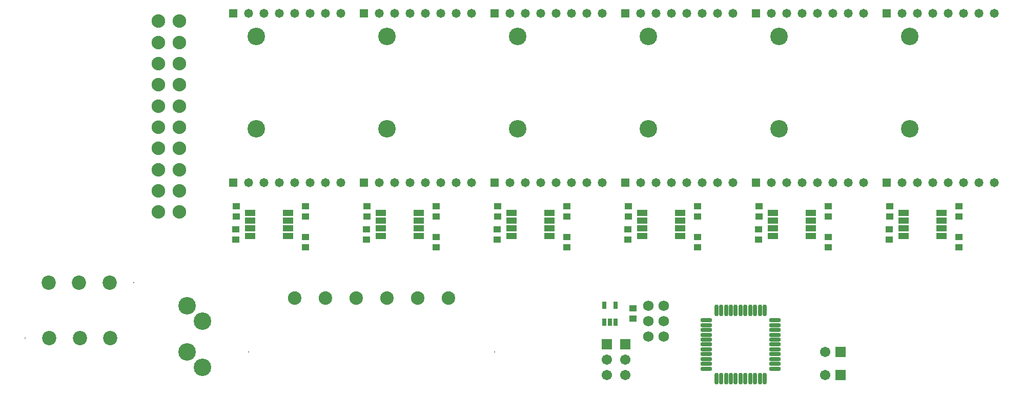
<source format=gts>
G04 Layer_Color=8388736*
%FSLAX24Y24*%
%MOIN*%
G70*
G01*
G75*
%ADD39R,0.0454X0.0395*%
%ADD40O,0.0297X0.0769*%
%ADD41O,0.0769X0.0297*%
%ADD42R,0.0671X0.0395*%
%ADD43R,0.0316X0.0513*%
%ADD44C,0.0680*%
%ADD45C,0.0671*%
%ADD46R,0.0671X0.0671*%
%ADD47R,0.0580X0.0580*%
%ADD48C,0.0580*%
%ADD49C,0.0879*%
%ADD50R,0.0671X0.0671*%
%ADD51C,0.1138*%
%ADD52C,0.0080*%
%ADD53C,0.0930*%
%ADD54C,0.0881*%
D39*
X40500Y4665D02*
D03*
Y5335D02*
D03*
X14700Y11315D02*
D03*
Y11985D02*
D03*
X23200Y11315D02*
D03*
Y11985D02*
D03*
X31700Y11315D02*
D03*
Y11985D02*
D03*
X40200Y11315D02*
D03*
Y11985D02*
D03*
X48700Y11315D02*
D03*
Y11985D02*
D03*
X57200Y11315D02*
D03*
Y11985D02*
D03*
X19200Y11985D02*
D03*
Y11315D02*
D03*
X27700Y11985D02*
D03*
Y11315D02*
D03*
X36200Y11985D02*
D03*
Y11315D02*
D03*
X44700Y11985D02*
D03*
Y11315D02*
D03*
X53200Y11985D02*
D03*
Y11315D02*
D03*
X61700Y11985D02*
D03*
Y11315D02*
D03*
X14677Y9815D02*
D03*
Y10485D02*
D03*
X23177Y9815D02*
D03*
Y10485D02*
D03*
X31677Y9815D02*
D03*
Y10485D02*
D03*
X40177Y9815D02*
D03*
Y10485D02*
D03*
X48677Y9815D02*
D03*
Y10485D02*
D03*
X57177Y9815D02*
D03*
Y10485D02*
D03*
X19200Y9315D02*
D03*
Y9985D02*
D03*
X27700Y9315D02*
D03*
Y9985D02*
D03*
X36200Y9315D02*
D03*
Y9985D02*
D03*
X44700Y9315D02*
D03*
Y9985D02*
D03*
X53200Y9315D02*
D03*
Y9985D02*
D03*
X61700Y9315D02*
D03*
Y9985D02*
D03*
D40*
X45925Y776D02*
D03*
X46240D02*
D03*
X46555D02*
D03*
X46870D02*
D03*
X47185D02*
D03*
X47500D02*
D03*
X47815D02*
D03*
X48130D02*
D03*
X48445D02*
D03*
X48760D02*
D03*
X49075D02*
D03*
Y5224D02*
D03*
X48760D02*
D03*
X48445D02*
D03*
X48130D02*
D03*
X47815D02*
D03*
X47500D02*
D03*
X47185D02*
D03*
X46870D02*
D03*
X46555D02*
D03*
X46240D02*
D03*
X45925D02*
D03*
D41*
X49724Y1425D02*
D03*
Y1740D02*
D03*
Y2055D02*
D03*
Y2370D02*
D03*
Y2685D02*
D03*
Y3000D02*
D03*
Y3315D02*
D03*
Y3630D02*
D03*
Y3945D02*
D03*
Y4260D02*
D03*
Y4575D02*
D03*
X45276D02*
D03*
Y4260D02*
D03*
Y3945D02*
D03*
Y3630D02*
D03*
Y3315D02*
D03*
Y3000D02*
D03*
Y2685D02*
D03*
Y2370D02*
D03*
Y2055D02*
D03*
Y1740D02*
D03*
Y1425D02*
D03*
D42*
X60561Y10050D02*
D03*
Y10550D02*
D03*
Y11050D02*
D03*
Y11550D02*
D03*
X58100Y10050D02*
D03*
Y10550D02*
D03*
Y11050D02*
D03*
Y11550D02*
D03*
X52061Y10050D02*
D03*
Y10550D02*
D03*
Y11050D02*
D03*
Y11550D02*
D03*
X49600Y10050D02*
D03*
Y10550D02*
D03*
Y11050D02*
D03*
Y11550D02*
D03*
X43561Y10050D02*
D03*
Y10550D02*
D03*
Y11050D02*
D03*
Y11550D02*
D03*
X41100Y10050D02*
D03*
Y10550D02*
D03*
Y11050D02*
D03*
Y11550D02*
D03*
X35061Y10050D02*
D03*
Y10550D02*
D03*
Y11050D02*
D03*
Y11550D02*
D03*
X32600Y10050D02*
D03*
Y10550D02*
D03*
Y11050D02*
D03*
Y11550D02*
D03*
X26561Y10050D02*
D03*
Y10550D02*
D03*
Y11050D02*
D03*
Y11550D02*
D03*
X24100Y10050D02*
D03*
Y10550D02*
D03*
Y11050D02*
D03*
Y11550D02*
D03*
X18061Y10050D02*
D03*
Y10550D02*
D03*
Y11050D02*
D03*
Y11550D02*
D03*
X15600Y10050D02*
D03*
Y10550D02*
D03*
Y11050D02*
D03*
Y11550D02*
D03*
D43*
X39374Y5551D02*
D03*
X38626D02*
D03*
Y4449D02*
D03*
X39000D02*
D03*
X39374D02*
D03*
D44*
X41500Y3500D02*
D03*
Y4500D02*
D03*
Y5500D02*
D03*
X42500Y3500D02*
D03*
Y4500D02*
D03*
Y5500D02*
D03*
D45*
X40000Y1000D02*
D03*
Y2000D02*
D03*
X38800Y1000D02*
D03*
Y2000D02*
D03*
X53000Y2500D02*
D03*
Y1000D02*
D03*
D46*
X40000Y3000D02*
D03*
X38800D02*
D03*
D47*
X48500Y13500D02*
D03*
Y24500D02*
D03*
X57000D02*
D03*
Y13500D02*
D03*
X40000D02*
D03*
Y24500D02*
D03*
X31500D02*
D03*
Y13500D02*
D03*
X23000D02*
D03*
Y24500D02*
D03*
X14500D02*
D03*
Y13500D02*
D03*
D48*
X49500D02*
D03*
X50500D02*
D03*
X51500D02*
D03*
X52500D02*
D03*
X53500D02*
D03*
X54500D02*
D03*
X55500D02*
D03*
X49500Y24500D02*
D03*
X50500D02*
D03*
X51500D02*
D03*
X52500D02*
D03*
X53500D02*
D03*
X54500D02*
D03*
X55500D02*
D03*
X64000D02*
D03*
X63000D02*
D03*
X62000D02*
D03*
X61000D02*
D03*
X60000D02*
D03*
X59000D02*
D03*
X58000D02*
D03*
X64000Y13500D02*
D03*
X63000D02*
D03*
X62000D02*
D03*
X61000D02*
D03*
X60000D02*
D03*
X59000D02*
D03*
X58000D02*
D03*
X41000D02*
D03*
X42000D02*
D03*
X43000D02*
D03*
X44000D02*
D03*
X45000D02*
D03*
X46000D02*
D03*
X47000D02*
D03*
X41000Y24500D02*
D03*
X42000D02*
D03*
X43000D02*
D03*
X44000D02*
D03*
X45000D02*
D03*
X46000D02*
D03*
X47000D02*
D03*
X38500D02*
D03*
X37500D02*
D03*
X36500D02*
D03*
X35500D02*
D03*
X34500D02*
D03*
X33500D02*
D03*
X32500D02*
D03*
X38500Y13500D02*
D03*
X37500D02*
D03*
X36500D02*
D03*
X35500D02*
D03*
X34500D02*
D03*
X33500D02*
D03*
X32500D02*
D03*
X24000D02*
D03*
X25000D02*
D03*
X26000D02*
D03*
X27000D02*
D03*
X28000D02*
D03*
X29000D02*
D03*
X30000D02*
D03*
X24000Y24500D02*
D03*
X25000D02*
D03*
X26000D02*
D03*
X27000D02*
D03*
X28000D02*
D03*
X29000D02*
D03*
X30000D02*
D03*
X21500D02*
D03*
X20500D02*
D03*
X19500D02*
D03*
X18500D02*
D03*
X17500D02*
D03*
X16500D02*
D03*
X15500D02*
D03*
X21500Y13500D02*
D03*
X20500D02*
D03*
X19500D02*
D03*
X18500D02*
D03*
X17500D02*
D03*
X16500D02*
D03*
X15500D02*
D03*
D49*
X28500Y6000D02*
D03*
X18500D02*
D03*
X20500D02*
D03*
X22500D02*
D03*
X24500D02*
D03*
X26500D02*
D03*
D50*
X54000Y2500D02*
D03*
Y1000D02*
D03*
D51*
X12500Y1500D02*
D03*
X11500Y2500D02*
D03*
X12500Y4500D02*
D03*
X11500Y5500D02*
D03*
X16000Y23000D02*
D03*
Y17000D02*
D03*
X24500Y23000D02*
D03*
Y17000D02*
D03*
X33000Y23000D02*
D03*
Y17000D02*
D03*
X41500Y23000D02*
D03*
Y17000D02*
D03*
X50000Y23000D02*
D03*
Y17000D02*
D03*
X58500Y23000D02*
D03*
Y17000D02*
D03*
D52*
X31500Y2500D02*
D03*
X15500D02*
D03*
X8040Y7000D02*
D03*
X960Y3400D02*
D03*
D53*
X6460Y7000D02*
D03*
X4480D02*
D03*
X2500D02*
D03*
X2540Y3400D02*
D03*
X4520D02*
D03*
X6500D02*
D03*
D54*
X9622Y11598D02*
D03*
X11000D02*
D03*
Y24000D02*
D03*
X9622D02*
D03*
X11000Y22622D02*
D03*
X9622D02*
D03*
X11000Y21244D02*
D03*
X9622D02*
D03*
X11000Y19866D02*
D03*
X9622D02*
D03*
X11000Y18488D02*
D03*
X9622D02*
D03*
X11000Y17110D02*
D03*
X9622D02*
D03*
X11000Y15732D02*
D03*
X9622D02*
D03*
X11000Y14354D02*
D03*
X9622D02*
D03*
X11000Y12976D02*
D03*
X9622D02*
D03*
M02*

</source>
